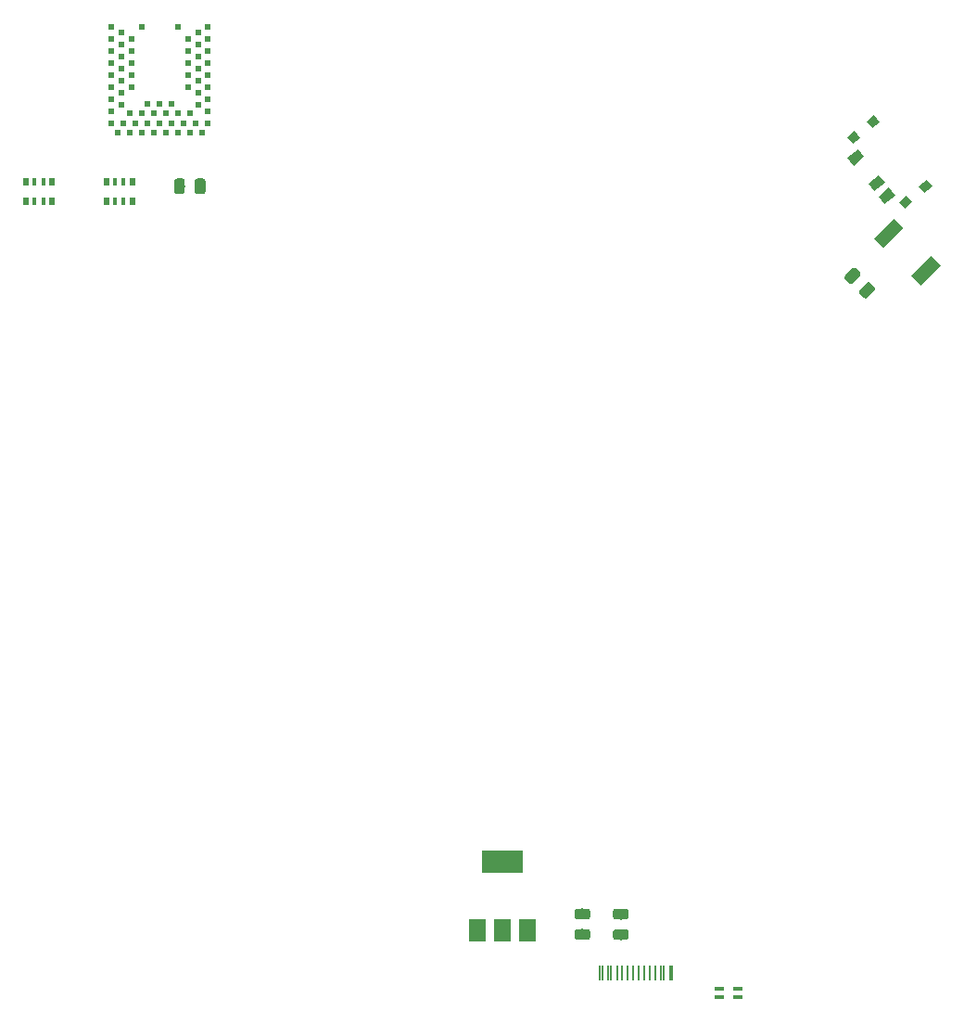
<source format=gbr>
G04 #@! TF.GenerationSoftware,KiCad,Pcbnew,5.1.4*
G04 #@! TF.CreationDate,2019-10-18T21:44:40-05:00*
G04 #@! TF.ProjectId,dragos,64726167-6f73-42e6-9b69-6361645f7063,rev?*
G04 #@! TF.SameCoordinates,Original*
G04 #@! TF.FileFunction,Paste,Bot*
G04 #@! TF.FilePolarity,Positive*
%FSLAX46Y46*%
G04 Gerber Fmt 4.6, Leading zero omitted, Abs format (unit mm)*
G04 Created by KiCad (PCBNEW 5.1.4) date 2019-10-18 21:44:40*
%MOMM*%
%LPD*%
G04 APERTURE LIST*
%ADD10C,0.100000*%
%ADD11C,0.975000*%
%ADD12C,1.200000*%
%ADD13R,0.250000X1.400000*%
%ADD14C,0.800000*%
%ADD15C,0.900000*%
%ADD16R,0.900000X0.400000*%
%ADD17R,0.500000X0.800000*%
%ADD18R,0.400000X0.800000*%
%ADD19R,0.500000X0.500000*%
%ADD20R,3.800000X2.000000*%
%ADD21R,1.500000X2.000000*%
G04 APERTURE END LIST*
D10*
G36*
X134192643Y-64751174D02*
G01*
X134216304Y-64754684D01*
X134239508Y-64760496D01*
X134262030Y-64768554D01*
X134283654Y-64778782D01*
X134304171Y-64791079D01*
X134323384Y-64805329D01*
X134341108Y-64821393D01*
X134357172Y-64839117D01*
X134371422Y-64858330D01*
X134383719Y-64878847D01*
X134393947Y-64900471D01*
X134402005Y-64922993D01*
X134407817Y-64946197D01*
X134411327Y-64969858D01*
X134412501Y-64993750D01*
X134412501Y-65906250D01*
X134411327Y-65930142D01*
X134407817Y-65953803D01*
X134402005Y-65977007D01*
X134393947Y-65999529D01*
X134383719Y-66021153D01*
X134371422Y-66041670D01*
X134357172Y-66060883D01*
X134341108Y-66078607D01*
X134323384Y-66094671D01*
X134304171Y-66108921D01*
X134283654Y-66121218D01*
X134262030Y-66131446D01*
X134239508Y-66139504D01*
X134216304Y-66145316D01*
X134192643Y-66148826D01*
X134168751Y-66150000D01*
X133681251Y-66150000D01*
X133657359Y-66148826D01*
X133633698Y-66145316D01*
X133610494Y-66139504D01*
X133587972Y-66131446D01*
X133566348Y-66121218D01*
X133545831Y-66108921D01*
X133526618Y-66094671D01*
X133508894Y-66078607D01*
X133492830Y-66060883D01*
X133478580Y-66041670D01*
X133466283Y-66021153D01*
X133456055Y-65999529D01*
X133447997Y-65977007D01*
X133442185Y-65953803D01*
X133438675Y-65930142D01*
X133437501Y-65906250D01*
X133437501Y-64993750D01*
X133438675Y-64969858D01*
X133442185Y-64946197D01*
X133447997Y-64922993D01*
X133456055Y-64900471D01*
X133466283Y-64878847D01*
X133478580Y-64858330D01*
X133492830Y-64839117D01*
X133508894Y-64821393D01*
X133526618Y-64805329D01*
X133545831Y-64791079D01*
X133566348Y-64778782D01*
X133587972Y-64768554D01*
X133610494Y-64760496D01*
X133633698Y-64754684D01*
X133657359Y-64751174D01*
X133681251Y-64750000D01*
X134168751Y-64750000D01*
X134192643Y-64751174D01*
X134192643Y-64751174D01*
G37*
D11*
X133925001Y-65450000D03*
D10*
G36*
X132317643Y-64751174D02*
G01*
X132341304Y-64754684D01*
X132364508Y-64760496D01*
X132387030Y-64768554D01*
X132408654Y-64778782D01*
X132429171Y-64791079D01*
X132448384Y-64805329D01*
X132466108Y-64821393D01*
X132482172Y-64839117D01*
X132496422Y-64858330D01*
X132508719Y-64878847D01*
X132518947Y-64900471D01*
X132527005Y-64922993D01*
X132532817Y-64946197D01*
X132536327Y-64969858D01*
X132537501Y-64993750D01*
X132537501Y-65906250D01*
X132536327Y-65930142D01*
X132532817Y-65953803D01*
X132527005Y-65977007D01*
X132518947Y-65999529D01*
X132508719Y-66021153D01*
X132496422Y-66041670D01*
X132482172Y-66060883D01*
X132466108Y-66078607D01*
X132448384Y-66094671D01*
X132429171Y-66108921D01*
X132408654Y-66121218D01*
X132387030Y-66131446D01*
X132364508Y-66139504D01*
X132341304Y-66145316D01*
X132317643Y-66148826D01*
X132293751Y-66150000D01*
X131806251Y-66150000D01*
X131782359Y-66148826D01*
X131758698Y-66145316D01*
X131735494Y-66139504D01*
X131712972Y-66131446D01*
X131691348Y-66121218D01*
X131670831Y-66108921D01*
X131651618Y-66094671D01*
X131633894Y-66078607D01*
X131617830Y-66060883D01*
X131603580Y-66041670D01*
X131591283Y-66021153D01*
X131581055Y-65999529D01*
X131572997Y-65977007D01*
X131567185Y-65953803D01*
X131563675Y-65930142D01*
X131562501Y-65906250D01*
X131562501Y-64993750D01*
X131563675Y-64969858D01*
X131567185Y-64946197D01*
X131572997Y-64922993D01*
X131581055Y-64900471D01*
X131591283Y-64878847D01*
X131603580Y-64858330D01*
X131617830Y-64839117D01*
X131633894Y-64821393D01*
X131651618Y-64805329D01*
X131670831Y-64791079D01*
X131691348Y-64778782D01*
X131712972Y-64768554D01*
X131735494Y-64760496D01*
X131758698Y-64754684D01*
X131782359Y-64751174D01*
X131806251Y-64750000D01*
X132293751Y-64750000D01*
X132317643Y-64751174D01*
X132317643Y-64751174D01*
G37*
D11*
X132050001Y-65450000D03*
D10*
G36*
X172830142Y-131413675D02*
G01*
X172853803Y-131417185D01*
X172877007Y-131422997D01*
X172899529Y-131431055D01*
X172921153Y-131441283D01*
X172941670Y-131453580D01*
X172960883Y-131467830D01*
X172978607Y-131483894D01*
X172994671Y-131501618D01*
X173008921Y-131520831D01*
X173021218Y-131541348D01*
X173031446Y-131562972D01*
X173039504Y-131585494D01*
X173045316Y-131608698D01*
X173048826Y-131632359D01*
X173050000Y-131656251D01*
X173050000Y-132143751D01*
X173048826Y-132167643D01*
X173045316Y-132191304D01*
X173039504Y-132214508D01*
X173031446Y-132237030D01*
X173021218Y-132258654D01*
X173008921Y-132279171D01*
X172994671Y-132298384D01*
X172978607Y-132316108D01*
X172960883Y-132332172D01*
X172941670Y-132346422D01*
X172921153Y-132358719D01*
X172899529Y-132368947D01*
X172877007Y-132377005D01*
X172853803Y-132382817D01*
X172830142Y-132386327D01*
X172806250Y-132387501D01*
X171893750Y-132387501D01*
X171869858Y-132386327D01*
X171846197Y-132382817D01*
X171822993Y-132377005D01*
X171800471Y-132368947D01*
X171778847Y-132358719D01*
X171758330Y-132346422D01*
X171739117Y-132332172D01*
X171721393Y-132316108D01*
X171705329Y-132298384D01*
X171691079Y-132279171D01*
X171678782Y-132258654D01*
X171668554Y-132237030D01*
X171660496Y-132214508D01*
X171654684Y-132191304D01*
X171651174Y-132167643D01*
X171650000Y-132143751D01*
X171650000Y-131656251D01*
X171651174Y-131632359D01*
X171654684Y-131608698D01*
X171660496Y-131585494D01*
X171668554Y-131562972D01*
X171678782Y-131541348D01*
X171691079Y-131520831D01*
X171705329Y-131501618D01*
X171721393Y-131483894D01*
X171739117Y-131467830D01*
X171758330Y-131453580D01*
X171778847Y-131441283D01*
X171800471Y-131431055D01*
X171822993Y-131422997D01*
X171846197Y-131417185D01*
X171869858Y-131413675D01*
X171893750Y-131412501D01*
X172806250Y-131412501D01*
X172830142Y-131413675D01*
X172830142Y-131413675D01*
G37*
D11*
X172350000Y-131900001D03*
D10*
G36*
X172830142Y-133288675D02*
G01*
X172853803Y-133292185D01*
X172877007Y-133297997D01*
X172899529Y-133306055D01*
X172921153Y-133316283D01*
X172941670Y-133328580D01*
X172960883Y-133342830D01*
X172978607Y-133358894D01*
X172994671Y-133376618D01*
X173008921Y-133395831D01*
X173021218Y-133416348D01*
X173031446Y-133437972D01*
X173039504Y-133460494D01*
X173045316Y-133483698D01*
X173048826Y-133507359D01*
X173050000Y-133531251D01*
X173050000Y-134018751D01*
X173048826Y-134042643D01*
X173045316Y-134066304D01*
X173039504Y-134089508D01*
X173031446Y-134112030D01*
X173021218Y-134133654D01*
X173008921Y-134154171D01*
X172994671Y-134173384D01*
X172978607Y-134191108D01*
X172960883Y-134207172D01*
X172941670Y-134221422D01*
X172921153Y-134233719D01*
X172899529Y-134243947D01*
X172877007Y-134252005D01*
X172853803Y-134257817D01*
X172830142Y-134261327D01*
X172806250Y-134262501D01*
X171893750Y-134262501D01*
X171869858Y-134261327D01*
X171846197Y-134257817D01*
X171822993Y-134252005D01*
X171800471Y-134243947D01*
X171778847Y-134233719D01*
X171758330Y-134221422D01*
X171739117Y-134207172D01*
X171721393Y-134191108D01*
X171705329Y-134173384D01*
X171691079Y-134154171D01*
X171678782Y-134133654D01*
X171668554Y-134112030D01*
X171660496Y-134089508D01*
X171654684Y-134066304D01*
X171651174Y-134042643D01*
X171650000Y-134018751D01*
X171650000Y-133531251D01*
X171651174Y-133507359D01*
X171654684Y-133483698D01*
X171660496Y-133460494D01*
X171668554Y-133437972D01*
X171678782Y-133416348D01*
X171691079Y-133395831D01*
X171705329Y-133376618D01*
X171721393Y-133358894D01*
X171739117Y-133342830D01*
X171758330Y-133328580D01*
X171778847Y-133316283D01*
X171800471Y-133306055D01*
X171822993Y-133297997D01*
X171846197Y-133292185D01*
X171869858Y-133288675D01*
X171893750Y-133287501D01*
X172806250Y-133287501D01*
X172830142Y-133288675D01*
X172830142Y-133288675D01*
G37*
D11*
X172350000Y-133775001D03*
D10*
G36*
X169330142Y-133263673D02*
G01*
X169353803Y-133267183D01*
X169377007Y-133272995D01*
X169399529Y-133281053D01*
X169421153Y-133291281D01*
X169441670Y-133303578D01*
X169460883Y-133317828D01*
X169478607Y-133333892D01*
X169494671Y-133351616D01*
X169508921Y-133370829D01*
X169521218Y-133391346D01*
X169531446Y-133412970D01*
X169539504Y-133435492D01*
X169545316Y-133458696D01*
X169548826Y-133482357D01*
X169550000Y-133506249D01*
X169550000Y-133993749D01*
X169548826Y-134017641D01*
X169545316Y-134041302D01*
X169539504Y-134064506D01*
X169531446Y-134087028D01*
X169521218Y-134108652D01*
X169508921Y-134129169D01*
X169494671Y-134148382D01*
X169478607Y-134166106D01*
X169460883Y-134182170D01*
X169441670Y-134196420D01*
X169421153Y-134208717D01*
X169399529Y-134218945D01*
X169377007Y-134227003D01*
X169353803Y-134232815D01*
X169330142Y-134236325D01*
X169306250Y-134237499D01*
X168393750Y-134237499D01*
X168369858Y-134236325D01*
X168346197Y-134232815D01*
X168322993Y-134227003D01*
X168300471Y-134218945D01*
X168278847Y-134208717D01*
X168258330Y-134196420D01*
X168239117Y-134182170D01*
X168221393Y-134166106D01*
X168205329Y-134148382D01*
X168191079Y-134129169D01*
X168178782Y-134108652D01*
X168168554Y-134087028D01*
X168160496Y-134064506D01*
X168154684Y-134041302D01*
X168151174Y-134017641D01*
X168150000Y-133993749D01*
X168150000Y-133506249D01*
X168151174Y-133482357D01*
X168154684Y-133458696D01*
X168160496Y-133435492D01*
X168168554Y-133412970D01*
X168178782Y-133391346D01*
X168191079Y-133370829D01*
X168205329Y-133351616D01*
X168221393Y-133333892D01*
X168239117Y-133317828D01*
X168258330Y-133303578D01*
X168278847Y-133291281D01*
X168300471Y-133281053D01*
X168322993Y-133272995D01*
X168346197Y-133267183D01*
X168369858Y-133263673D01*
X168393750Y-133262499D01*
X169306250Y-133262499D01*
X169330142Y-133263673D01*
X169330142Y-133263673D01*
G37*
D11*
X168850000Y-133749999D03*
D10*
G36*
X169330142Y-131388673D02*
G01*
X169353803Y-131392183D01*
X169377007Y-131397995D01*
X169399529Y-131406053D01*
X169421153Y-131416281D01*
X169441670Y-131428578D01*
X169460883Y-131442828D01*
X169478607Y-131458892D01*
X169494671Y-131476616D01*
X169508921Y-131495829D01*
X169521218Y-131516346D01*
X169531446Y-131537970D01*
X169539504Y-131560492D01*
X169545316Y-131583696D01*
X169548826Y-131607357D01*
X169550000Y-131631249D01*
X169550000Y-132118749D01*
X169548826Y-132142641D01*
X169545316Y-132166302D01*
X169539504Y-132189506D01*
X169531446Y-132212028D01*
X169521218Y-132233652D01*
X169508921Y-132254169D01*
X169494671Y-132273382D01*
X169478607Y-132291106D01*
X169460883Y-132307170D01*
X169441670Y-132321420D01*
X169421153Y-132333717D01*
X169399529Y-132343945D01*
X169377007Y-132352003D01*
X169353803Y-132357815D01*
X169330142Y-132361325D01*
X169306250Y-132362499D01*
X168393750Y-132362499D01*
X168369858Y-132361325D01*
X168346197Y-132357815D01*
X168322993Y-132352003D01*
X168300471Y-132343945D01*
X168278847Y-132333717D01*
X168258330Y-132321420D01*
X168239117Y-132307170D01*
X168221393Y-132291106D01*
X168205329Y-132273382D01*
X168191079Y-132254169D01*
X168178782Y-132233652D01*
X168168554Y-132212028D01*
X168160496Y-132189506D01*
X168154684Y-132166302D01*
X168151174Y-132142641D01*
X168150000Y-132118749D01*
X168150000Y-131631249D01*
X168151174Y-131607357D01*
X168154684Y-131583696D01*
X168160496Y-131560492D01*
X168168554Y-131537970D01*
X168178782Y-131516346D01*
X168191079Y-131495829D01*
X168205329Y-131476616D01*
X168221393Y-131458892D01*
X168239117Y-131442828D01*
X168258330Y-131428578D01*
X168278847Y-131416281D01*
X168300471Y-131406053D01*
X168322993Y-131397995D01*
X168346197Y-131392183D01*
X168369858Y-131388673D01*
X168393750Y-131387499D01*
X169306250Y-131387499D01*
X169330142Y-131388673D01*
X169330142Y-131388673D01*
G37*
D11*
X168850000Y-131874999D03*
D12*
X196852944Y-69752944D03*
D10*
G36*
X198196447Y-69257969D02*
G01*
X196357969Y-71096447D01*
X195509441Y-70247919D01*
X197347919Y-68409441D01*
X198196447Y-69257969D01*
X198196447Y-69257969D01*
G37*
D12*
X200247056Y-73147056D03*
D10*
G36*
X201590559Y-72652081D02*
G01*
X199752081Y-74490559D01*
X198903553Y-73642031D01*
X200742031Y-71803553D01*
X201590559Y-72652081D01*
X201590559Y-72652081D01*
G37*
D13*
X173500000Y-137250000D03*
X174000000Y-137250000D03*
X174500000Y-137250000D03*
X173000000Y-137250000D03*
X172500000Y-137250000D03*
X175000000Y-137250000D03*
X172000000Y-137250000D03*
X175500000Y-137250000D03*
X177075000Y-137250000D03*
X176825000Y-137250000D03*
X176275000Y-137250000D03*
X176025000Y-137250000D03*
X171475000Y-137250000D03*
X171225000Y-137250000D03*
X170675000Y-137250000D03*
X170425000Y-137250000D03*
D14*
X200185135Y-65479436D03*
D10*
G36*
X200786579Y-65507100D02*
G01*
X200087147Y-66073489D01*
X199583691Y-65451772D01*
X200283123Y-64885383D01*
X200786579Y-65507100D01*
X200786579Y-65507100D01*
G37*
D14*
X195402300Y-59573127D03*
D10*
G36*
X196003744Y-59600791D02*
G01*
X195304312Y-60167180D01*
X194800856Y-59545463D01*
X195500288Y-58979074D01*
X196003744Y-59600791D01*
X196003744Y-59600791D01*
G37*
D14*
X193608571Y-61012792D03*
D10*
G36*
X194210015Y-61040456D02*
G01*
X193510583Y-61606845D01*
X193007127Y-60985128D01*
X193706559Y-60418739D01*
X194210015Y-61040456D01*
X194210015Y-61040456D01*
G37*
D14*
X198397700Y-66926873D03*
D10*
G36*
X198999144Y-66954537D02*
G01*
X198299712Y-67520926D01*
X197796256Y-66899209D01*
X198495688Y-66332820D01*
X198999144Y-66954537D01*
X198999144Y-66954537D01*
G37*
D15*
X196664536Y-66335884D03*
D10*
G36*
X197433446Y-66292274D02*
G01*
X196462014Y-67078925D01*
X195895626Y-66379494D01*
X196867058Y-65592843D01*
X197433446Y-66292274D01*
X197433446Y-66292274D01*
G37*
D15*
X195720555Y-65170165D03*
D10*
G36*
X196489465Y-65126555D02*
G01*
X195518033Y-65913206D01*
X194951645Y-65213775D01*
X195923077Y-64427124D01*
X196489465Y-65126555D01*
X196489465Y-65126555D01*
G37*
D15*
X193832594Y-62838727D03*
D10*
G36*
X194601504Y-62795117D02*
G01*
X193630072Y-63581768D01*
X193063684Y-62882337D01*
X194035116Y-62095686D01*
X194601504Y-62795117D01*
X194601504Y-62795117D01*
G37*
G36*
X193698326Y-72886623D02*
G01*
X193721987Y-72890133D01*
X193745191Y-72895945D01*
X193767713Y-72904003D01*
X193789337Y-72914231D01*
X193809854Y-72926528D01*
X193829067Y-72940778D01*
X193846791Y-72956842D01*
X194191506Y-73301557D01*
X194207570Y-73319281D01*
X194221820Y-73338494D01*
X194234117Y-73359011D01*
X194244345Y-73380635D01*
X194252403Y-73403157D01*
X194258215Y-73426361D01*
X194261725Y-73450022D01*
X194262899Y-73473914D01*
X194261725Y-73497806D01*
X194258215Y-73521467D01*
X194252403Y-73544671D01*
X194244345Y-73567193D01*
X194234117Y-73588817D01*
X194221820Y-73609334D01*
X194207570Y-73628547D01*
X194191506Y-73646271D01*
X193546271Y-74291506D01*
X193528547Y-74307570D01*
X193509334Y-74321820D01*
X193488817Y-74334117D01*
X193467193Y-74344345D01*
X193444671Y-74352403D01*
X193421467Y-74358215D01*
X193397806Y-74361725D01*
X193373914Y-74362899D01*
X193350022Y-74361725D01*
X193326361Y-74358215D01*
X193303157Y-74352403D01*
X193280635Y-74344345D01*
X193259011Y-74334117D01*
X193238494Y-74321820D01*
X193219281Y-74307570D01*
X193201557Y-74291506D01*
X192856842Y-73946791D01*
X192840778Y-73929067D01*
X192826528Y-73909854D01*
X192814231Y-73889337D01*
X192804003Y-73867713D01*
X192795945Y-73845191D01*
X192790133Y-73821987D01*
X192786623Y-73798326D01*
X192785449Y-73774434D01*
X192786623Y-73750542D01*
X192790133Y-73726881D01*
X192795945Y-73703677D01*
X192804003Y-73681155D01*
X192814231Y-73659531D01*
X192826528Y-73639014D01*
X192840778Y-73619801D01*
X192856842Y-73602077D01*
X193502077Y-72956842D01*
X193519801Y-72940778D01*
X193539014Y-72926528D01*
X193559531Y-72914231D01*
X193581155Y-72904003D01*
X193603677Y-72895945D01*
X193626881Y-72890133D01*
X193650542Y-72886623D01*
X193674434Y-72885449D01*
X193698326Y-72886623D01*
X193698326Y-72886623D01*
G37*
D11*
X193524174Y-73624174D03*
D10*
G36*
X195024152Y-74212449D02*
G01*
X195047813Y-74215959D01*
X195071017Y-74221771D01*
X195093539Y-74229829D01*
X195115163Y-74240057D01*
X195135680Y-74252354D01*
X195154893Y-74266604D01*
X195172617Y-74282668D01*
X195517332Y-74627383D01*
X195533396Y-74645107D01*
X195547646Y-74664320D01*
X195559943Y-74684837D01*
X195570171Y-74706461D01*
X195578229Y-74728983D01*
X195584041Y-74752187D01*
X195587551Y-74775848D01*
X195588725Y-74799740D01*
X195587551Y-74823632D01*
X195584041Y-74847293D01*
X195578229Y-74870497D01*
X195570171Y-74893019D01*
X195559943Y-74914643D01*
X195547646Y-74935160D01*
X195533396Y-74954373D01*
X195517332Y-74972097D01*
X194872097Y-75617332D01*
X194854373Y-75633396D01*
X194835160Y-75647646D01*
X194814643Y-75659943D01*
X194793019Y-75670171D01*
X194770497Y-75678229D01*
X194747293Y-75684041D01*
X194723632Y-75687551D01*
X194699740Y-75688725D01*
X194675848Y-75687551D01*
X194652187Y-75684041D01*
X194628983Y-75678229D01*
X194606461Y-75670171D01*
X194584837Y-75659943D01*
X194564320Y-75647646D01*
X194545107Y-75633396D01*
X194527383Y-75617332D01*
X194182668Y-75272617D01*
X194166604Y-75254893D01*
X194152354Y-75235680D01*
X194140057Y-75215163D01*
X194129829Y-75193539D01*
X194121771Y-75171017D01*
X194115959Y-75147813D01*
X194112449Y-75124152D01*
X194111275Y-75100260D01*
X194112449Y-75076368D01*
X194115959Y-75052707D01*
X194121771Y-75029503D01*
X194129829Y-75006981D01*
X194140057Y-74985357D01*
X194152354Y-74964840D01*
X194166604Y-74945627D01*
X194182668Y-74927903D01*
X194827903Y-74282668D01*
X194845627Y-74266604D01*
X194864840Y-74252354D01*
X194885357Y-74240057D01*
X194906981Y-74229829D01*
X194929503Y-74221771D01*
X194952707Y-74215959D01*
X194976368Y-74212449D01*
X195000260Y-74211275D01*
X195024152Y-74212449D01*
X195024152Y-74212449D01*
G37*
D11*
X194850000Y-74950000D03*
D16*
X181350000Y-139500000D03*
X181350000Y-138700000D03*
X183050000Y-138700000D03*
X183050000Y-139500000D03*
D17*
X125350000Y-65050000D03*
D18*
X126150000Y-65050000D03*
D17*
X127750000Y-65050000D03*
D18*
X126950000Y-65050000D03*
D17*
X125350000Y-66850000D03*
D18*
X126950000Y-66850000D03*
X126150000Y-66850000D03*
D17*
X127750000Y-66850000D03*
X118000000Y-65050000D03*
D18*
X119600000Y-65050000D03*
X118800000Y-65050000D03*
D17*
X120400000Y-65050000D03*
D18*
X118800000Y-66850000D03*
D17*
X118000000Y-66850000D03*
D18*
X119600000Y-66850000D03*
D17*
X120400000Y-66850000D03*
D19*
X134650000Y-50900000D03*
X133750000Y-51450000D03*
X134650000Y-52000000D03*
X133750000Y-52550000D03*
X134650000Y-53100000D03*
X133750000Y-53650000D03*
X134650000Y-54200000D03*
X133750000Y-54750000D03*
X134650000Y-55300000D03*
X133750000Y-55850000D03*
X134650000Y-56400000D03*
X133750000Y-56950000D03*
X134650000Y-57500000D03*
X133750000Y-58050000D03*
X134650000Y-58600000D03*
X134650000Y-59700000D03*
X133550000Y-59700000D03*
X133000000Y-58800000D03*
X132450000Y-59700000D03*
X131900000Y-58800000D03*
X131350000Y-59700000D03*
X130800000Y-58800000D03*
X130250000Y-59700000D03*
X129700000Y-58800000D03*
X129150000Y-59700000D03*
X128600000Y-58800000D03*
X128050000Y-59700000D03*
X127500000Y-58800000D03*
X126950000Y-59700000D03*
X125850000Y-59700000D03*
X125850000Y-58600000D03*
X126750000Y-58050000D03*
X125850000Y-57500000D03*
X126750000Y-56950000D03*
X125850000Y-56400000D03*
X126750000Y-55850000D03*
X125850000Y-55300000D03*
X126750000Y-54750000D03*
X125850000Y-54200000D03*
X126750000Y-53650000D03*
X125850000Y-53100000D03*
X126750000Y-52550000D03*
X125850000Y-52000000D03*
X126750000Y-51450000D03*
X125850000Y-50900000D03*
X128600000Y-50900000D03*
X131900000Y-50900000D03*
X132850000Y-52000000D03*
X132850000Y-53100000D03*
X132850000Y-54200000D03*
X132850000Y-55300000D03*
X132850000Y-56400000D03*
X131350000Y-57900000D03*
X130250000Y-57900000D03*
X129150000Y-57900000D03*
X127650000Y-56400000D03*
X127650000Y-55300000D03*
X127650000Y-54200000D03*
X127650000Y-53100000D03*
X127650000Y-52000000D03*
X134100000Y-60600000D03*
X133000000Y-60600000D03*
X131900000Y-60600000D03*
X130800000Y-60600000D03*
X129700000Y-60600000D03*
X128600000Y-60600000D03*
X127500000Y-60600000D03*
X126400000Y-60600000D03*
D20*
X161550000Y-127100000D03*
D21*
X161550000Y-133400000D03*
X159250000Y-133400000D03*
X163850000Y-133400000D03*
M02*

</source>
